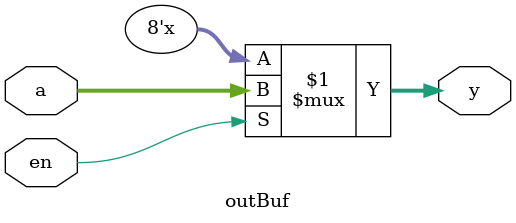
<source format=v>
`timescale 1ns / 1ps

module DataPath (
    input        clk,
    input        reset,
    input        ASrcMuxSel,
    input        ALoad,
    input        OutBufSel,
    output       ALt10,
    output [7:0] out
);
    wire [7:0] w_AdderResult, w_MuxOut, w_ARegOut;

    mux_2x1 U_MUX (
        .sel(ASrcMuxSel),
        .a  (0),
        .b  (w_AdderResult),
        .y  (w_MuxOut)
    );

    register U_A_REG (
        .clk  (clk),
        .reset(reset),
        .load (ALoad),
        .d    (w_MuxOut),
        .q    (w_ARegOut)
    );

    comparator U_Comp (
        .a (w_ARegOut),
        .b (8'd10),
        .lt(ALt10)
    );

    adder U_Adder (
        .a(w_ARegOut),
        .b(w_ARegOut),
        .y(w_AdderResult)
    );

    // outBuf U_OutBuf (
    //     .en(OutBufSel),
    //     .a (w_ARegOut),
    //     .y (out)
    // );

    register U_OutReg (
        .clk  (clk),
        .reset(reset),
        .load (OutBufSel),
        .d    (w_ARegOut),
        .q    (out)
    );

endmodule

module mux_2x1 (
    input            sel,
    input      [7:0] a,
    input      [7:0] b,
    output reg [7:0] y
);
    always @(*) begin
        case (sel)
            1'b0: y = a;
            1'b1: y = b;
        endcase
    end
endmodule

module register (
    input        clk,
    input        reset,
    input        load,
    input  [7:0] d,
    output [7:0] q
);
    reg [7:0] d_reg, d_next;
    assign q = d_reg;

    always @(posedge clk, posedge reset) begin
        if (reset) d_reg <= 0;
        else d_reg <= d_next;
    end

    always @(*) begin
        if (load) d_next = d;
        else d_next = d_reg;
    end
endmodule

module comparator (
    input  [7:0] a,
    input  [7:0] b,
    output       lt
);
    assign lt = a < b;
endmodule

module adder (
    input  [7:0] a,
    input  [7:0] b,
    output [7:0] y
);
    assign y = a + b;
endmodule

module outBuf (
    input        en,
    input  [7:0] a,
    output [7:0] y
);
    assign y = en ? a : 8'bz;  // en = 1 : a, en != 0 : z
endmodule

</source>
